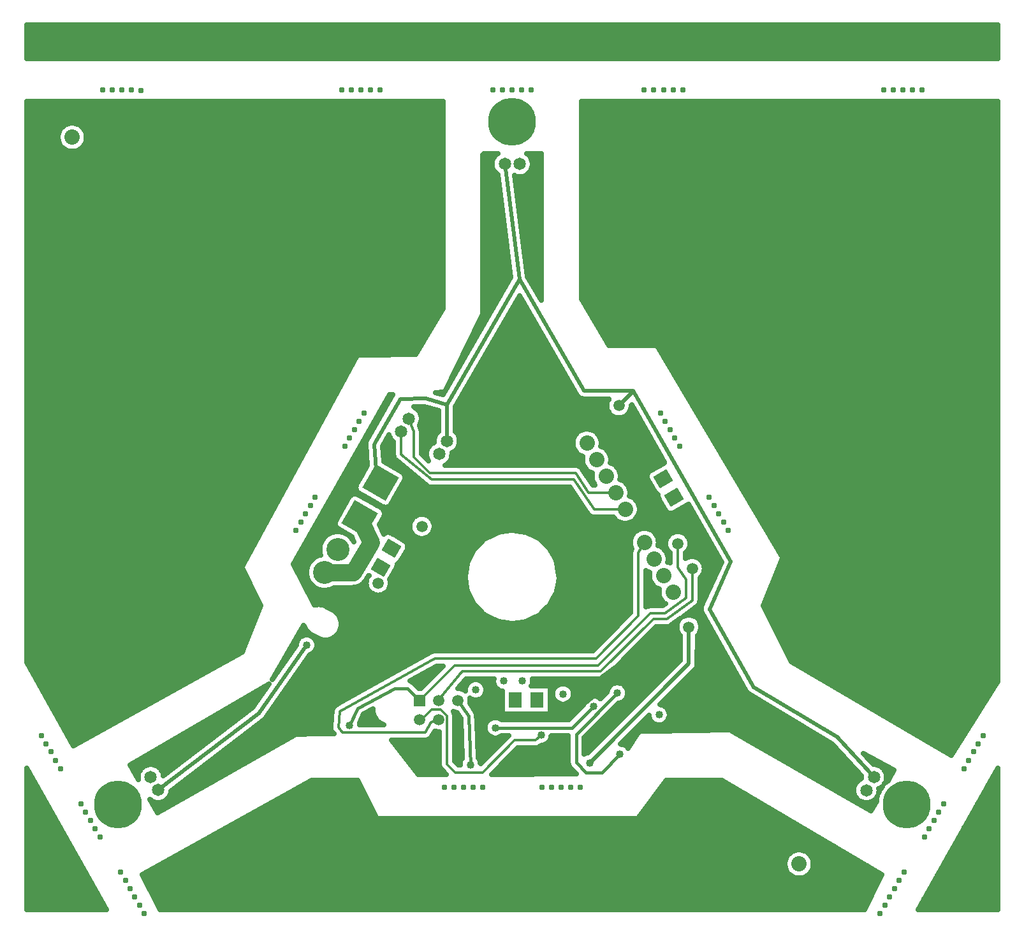
<source format=gbr>
G04 DipTrace 3.2.0.1*
G04 Bottom.gbr*
%MOIN*%
G04 #@! TF.FileFunction,Copper,L4,Bot*
G04 #@! TF.Part,Single*
%AMOUTLINE0*
4,1,4,
0.095622,0.025622,
0.025622,-0.095622,
-0.095622,-0.025622,
-0.025622,0.095622,
0.095622,0.025622,
0*%
%AMOUTLINE3*
4,1,4,
-0.05214,-0.010311,
-0.01714,0.050311,
0.05214,0.010311,
0.01714,-0.050311,
-0.05214,-0.010311,
0*%
%AMOUTLINE9*
4,1,4,
0.01714,0.050311,
0.05214,-0.010311,
-0.01714,-0.050311,
-0.05214,0.010311,
0.01714,0.050311,
0*%
G04 #@! TA.AperFunction,Conductor*
%ADD13C,0.012992*%
%ADD14C,0.02*%
%ADD15C,0.09*%
%ADD17C,0.015*%
G04 #@! TA.AperFunction,CopperBalancing*
%ADD19C,0.025*%
G04 #@! TA.AperFunction,ComponentPad*
%ADD23C,0.12*%
%ADD29R,0.07X0.08*%
%ADD32R,0.059055X0.059055*%
%ADD33C,0.059055*%
%ADD34C,0.08*%
%ADD35C,0.065*%
%ADD36C,0.25*%
%ADD37C,0.031*%
G04 #@! TA.AperFunction,ViaPad*
%ADD41C,0.04*%
%ADD43C,0.059*%
G04 #@! TA.AperFunction,ComponentPad*
%ADD92OUTLINE0*%
%ADD95OUTLINE3*%
%ADD101OUTLINE9*%
%FSLAX26Y26*%
G04*
G70*
G90*
G75*
G01*
G04 Bottom*
%LPD*%
X3927699Y1932072D2*
D14*
Y1740072D1*
X3409699Y1222072D1*
X2520199Y1448072D2*
D13*
X2527999D1*
X2581299Y1501373D1*
X2628299D1*
X2662500Y1467172D1*
Y1215371D1*
X2705699Y1172172D1*
X2849699D1*
X3017299Y1339772D1*
X3126399D1*
X3154699Y1368072D1*
X1928812Y1836860D2*
D14*
X1678699Y1480572D1*
X1153762Y1079282D1*
X2661808Y2904823D2*
Y3094358D1*
X2749445Y3245538D1*
X3042348Y3750810D1*
X2964778Y4352857D1*
X3042348Y3750810D2*
X3378660Y3167970D1*
X3635476D1*
X4147329Y2274314D1*
X4034841Y2024340D1*
X4266067Y1618133D1*
X4703521Y1355660D1*
X4894633Y1146925D1*
X2661808Y2904823D2*
D13*
Y3095394D1*
D14*
X2551823Y3127072D1*
X2418699Y3125072D1*
X2281699Y2888072D1*
X2296656Y2712046D1*
D13*
X2315699Y2687072D1*
X3635476Y3167970D2*
Y3162849D1*
D14*
X3561699Y3089072D1*
X3301169Y1461899D2*
D17*
X3442699Y1582072D1*
D13*
X3470934Y1673909D1*
X3730437Y1865366D1*
X4011699Y2067072D1*
X4015105Y2227122D1*
X3891346Y2444110D1*
X3644699Y2461060D1*
X2207199Y2499144D2*
D15*
X2265059Y2375345D1*
X2171192Y2217478D1*
X2022400D1*
X2916199Y1405572D2*
D17*
X3316084D1*
X3428655Y1518143D1*
X2153789Y1418154D2*
X2196699Y1506072D1*
X2389936Y1611883D1*
X2456388D1*
X2520199Y1548072D1*
X3869949Y2368322D2*
D13*
Y2242669D1*
X3913730Y2181846D1*
Y2084298D1*
X3804262Y2002976D1*
X3724828D1*
X3452424Y1730572D1*
X2702699D1*
X2520199Y1548072D1*
X3694699Y2374458D2*
X3664084Y2320458D1*
Y1989385D1*
X3441772Y1767072D1*
X2598073D1*
X2103699Y1491072D1*
X2094699Y1408915D1*
X2114592Y1381028D1*
X2548979Y1381010D1*
X2578979Y1434510D1*
X2620199Y1448072D1*
X2423329Y2953881D2*
Y2833703D1*
X2582898Y2702352D1*
X3326214D1*
X3431684Y2547663D1*
X3594699D1*
X3544699Y2634265D2*
X3404496D1*
X3335352Y2737602D1*
X2573785D1*
X2489319Y2822068D1*
Y2952654D1*
X2462699Y3022072D1*
X2720199Y1548072D2*
D17*
X2776699Y1468572D1*
X2784972Y1211925D1*
X2620199Y1548072D2*
D13*
X2628013Y1565386D1*
X2743710Y1699322D1*
X3466199D1*
X3741205Y1974327D1*
X3813041D1*
X3944950Y2071734D1*
Y2237072D1*
X3553642Y1586886D2*
D17*
X3338491Y1371735D1*
Y1224159D1*
X3391013Y1171636D1*
X3473264D1*
X3567699Y1266072D1*
D41*
X3154699Y1368072D3*
X3428655Y1518143D3*
X2916199Y1405572D3*
X2784972Y1211925D3*
X2153789Y1418154D3*
X3567699Y1266072D3*
X3553642Y1586886D3*
X3301169Y1461899D3*
X3442699Y1582072D3*
D43*
X2531699Y2458072D3*
D41*
X1928812Y1836860D3*
X3409699Y1222072D3*
D43*
X3927699Y1932072D3*
X2303699Y2161823D3*
X3869949Y2368322D3*
X3944950Y2237072D3*
D41*
X3269699Y1582072D3*
X2960474Y1649322D3*
X3057411D3*
X3771699Y1473072D3*
X2813299Y1603281D3*
D43*
X3561699Y3089072D3*
X468699Y5055703D2*
D19*
X5538724D1*
X468699Y5030835D2*
X5538724D1*
X468699Y5005966D2*
X5538724D1*
X468699Y4981097D2*
X5538724D1*
X468699Y4956228D2*
X5538724D1*
X468699Y4931360D2*
X5538724D1*
X468699Y4906491D2*
X5538724D1*
X5541199Y4918072D2*
Y5080572D1*
X466199D1*
Y4905572D1*
X5541199D1*
Y4918072D1*
X468699Y4655703D2*
X2638724D1*
X468699Y4630835D2*
X2638724D1*
X468699Y4605966D2*
X2638724D1*
X468699Y4581097D2*
X2638724D1*
X468699Y4556228D2*
X663626D1*
X743773D2*
X2638724D1*
X468699Y4531360D2*
X638480D1*
X768919D2*
X2638724D1*
X468699Y4506491D2*
X628958D1*
X778441D2*
X2638724D1*
X468699Y4481622D2*
X628617D1*
X778782D2*
X2638724D1*
X468699Y4456753D2*
X637308D1*
X770091D2*
X2638724D1*
X468699Y4431885D2*
X660501D1*
X746898D2*
X2638724D1*
X468699Y4407016D2*
X2638724D1*
X468699Y4382147D2*
X2638724D1*
X468699Y4357278D2*
X2638724D1*
X468699Y4332409D2*
X2638724D1*
X468699Y4307541D2*
X2638724D1*
X468699Y4282672D2*
X2638724D1*
X468699Y4257803D2*
X2638724D1*
X468699Y4232934D2*
X2638724D1*
X468699Y4208066D2*
X2638724D1*
X468699Y4183197D2*
X2638724D1*
X468699Y4158328D2*
X2638724D1*
X468699Y4133459D2*
X2638724D1*
X468699Y4108591D2*
X2638724D1*
X468699Y4083722D2*
X2638724D1*
X468699Y4058853D2*
X2638724D1*
X468699Y4033984D2*
X2638724D1*
X468699Y4009115D2*
X2638724D1*
X468699Y3984247D2*
X2638724D1*
X468699Y3959378D2*
X2638724D1*
X468699Y3934509D2*
X2638724D1*
X468699Y3909640D2*
X2638724D1*
X468699Y3884772D2*
X2638724D1*
X468699Y3859903D2*
X2638724D1*
X468699Y3835034D2*
X2638724D1*
X468699Y3810165D2*
X2638724D1*
X468699Y3785297D2*
X2638724D1*
X468699Y3760428D2*
X2638724D1*
X468699Y3735559D2*
X2638724D1*
X468699Y3710690D2*
X2638724D1*
X468699Y3685822D2*
X2638724D1*
X468699Y3660953D2*
X2638724D1*
X468699Y3636084D2*
X2638724D1*
X468699Y3611215D2*
X2638724D1*
X468699Y3586346D2*
X2632572D1*
X468699Y3561478D2*
X2617678D1*
X468699Y3536609D2*
X2602738D1*
X468699Y3511740D2*
X2587845D1*
X468699Y3486871D2*
X2572904D1*
X468699Y3462003D2*
X2557962D1*
X468699Y3437134D2*
X2543070D1*
X468699Y3412265D2*
X2528129D1*
X468699Y3387396D2*
X2513236D1*
X468699Y3362528D2*
X2498294D1*
X468699Y3337659D2*
X2183988D1*
X468699Y3312790D2*
X2170462D1*
X468699Y3287921D2*
X2156888D1*
X468699Y3263052D2*
X2143314D1*
X468699Y3238184D2*
X2129740D1*
X468699Y3213315D2*
X2116165D1*
X468699Y3188446D2*
X2102640D1*
X468699Y3163577D2*
X2089066D1*
X468699Y3138709D2*
X2075491D1*
X468699Y3113840D2*
X2061917D1*
X468699Y3088971D2*
X2048343D1*
X468699Y3064102D2*
X2034818D1*
X468699Y3039234D2*
X2021243D1*
X468699Y3014365D2*
X2007669D1*
X468699Y2989496D2*
X1994094D1*
X468699Y2964627D2*
X1980521D1*
X468699Y2939759D2*
X1966995D1*
X468699Y2914890D2*
X1953421D1*
X468699Y2890021D2*
X1939846D1*
X468699Y2865152D2*
X1926273D1*
X468699Y2840283D2*
X1912698D1*
X468699Y2815415D2*
X1899125D1*
X468699Y2790546D2*
X1885598D1*
X468699Y2765677D2*
X1872025D1*
X468699Y2740808D2*
X1858450D1*
X468699Y2715940D2*
X1844877D1*
X468699Y2691071D2*
X1831302D1*
X468699Y2666202D2*
X1817777D1*
X468699Y2641333D2*
X1804202D1*
X468699Y2616465D2*
X1790629D1*
X468699Y2591596D2*
X1777054D1*
X468699Y2566727D2*
X1763480D1*
X468699Y2541858D2*
X1749954D1*
X468699Y2516990D2*
X1736381D1*
X468699Y2492121D2*
X1722806D1*
X468699Y2467252D2*
X1709232D1*
X468699Y2442383D2*
X1695657D1*
X468699Y2417514D2*
X1682133D1*
X468699Y2392646D2*
X1668558D1*
X468699Y2367777D2*
X1654984D1*
X468699Y2342908D2*
X1641409D1*
X468699Y2318039D2*
X1627835D1*
X468699Y2293171D2*
X1614310D1*
X468699Y2268302D2*
X1600736D1*
X468699Y2243433D2*
X1587161D1*
X468699Y2218564D2*
X1599466D1*
X468699Y2193696D2*
X1611917D1*
X468699Y2168827D2*
X1624369D1*
X468699Y2143958D2*
X1636770D1*
X468699Y2119089D2*
X1649222D1*
X468699Y2094220D2*
X1661673D1*
X468699Y2069352D2*
X1674075D1*
X468699Y2044483D2*
X1686526D1*
X468699Y2019614D2*
X1678373D1*
X468699Y1994745D2*
X1668411D1*
X468699Y1969877D2*
X1658450D1*
X468699Y1945008D2*
X1648490D1*
X468699Y1920139D2*
X1638577D1*
X468699Y1895270D2*
X1628617D1*
X468699Y1870402D2*
X1618656D1*
X468699Y1845533D2*
X1608743D1*
X468699Y1820664D2*
X1598782D1*
X468699Y1795795D2*
X1580374D1*
X468699Y1770927D2*
X1535598D1*
X468822Y1746058D2*
X1490824D1*
X482640Y1721189D2*
X1446049D1*
X496458Y1696320D2*
X1401322D1*
X510277Y1671451D2*
X1356546D1*
X524094Y1646583D2*
X1311770D1*
X537913Y1621714D2*
X1266995D1*
X551732Y1596845D2*
X1222269D1*
X565550Y1571976D2*
X1177493D1*
X579369Y1547108D2*
X1132718D1*
X593186Y1522239D2*
X1087942D1*
X607005Y1497370D2*
X1043217D1*
X620824Y1472501D2*
X998441D1*
X634642Y1447633D2*
X953665D1*
X648461Y1422764D2*
X908890D1*
X662278Y1397895D2*
X864163D1*
X676097Y1373026D2*
X819388D1*
X689915Y1348157D2*
X774613D1*
X703734Y1323289D2*
X729837D1*
X776972Y4487306D2*
X775169Y4475913D1*
X771605Y4464945D1*
X766369Y4454668D1*
X759589Y4445337D1*
X751434Y4437182D1*
X742104Y4430403D1*
X731827Y4425167D1*
X720858Y4421602D1*
X709466Y4419799D1*
X697933D1*
X686541Y4421602D1*
X675572Y4425167D1*
X665295Y4430403D1*
X655965Y4437182D1*
X647810Y4445337D1*
X641030Y4454668D1*
X635794Y4464945D1*
X632230Y4475913D1*
X630427Y4487306D1*
Y4498839D1*
X632230Y4510231D1*
X635794Y4521199D1*
X641030Y4531476D1*
X647810Y4540807D1*
X655965Y4548962D1*
X665295Y4555741D1*
X675572Y4560978D1*
X686541Y4564542D1*
X697933Y4566345D1*
X709466D1*
X720858Y4564542D1*
X731827Y4560978D1*
X742104Y4555741D1*
X751434Y4548962D1*
X759589Y4540807D1*
X766369Y4531476D1*
X771605Y4521199D1*
X775169Y4510231D1*
X776972Y4498839D1*
Y4487306D1*
X2408084Y3358062D2*
X2498172D1*
X2641215Y3596562D1*
X2641199Y4680572D1*
X466199D1*
Y1746245D1*
X708556Y1310070D1*
X1593749Y1801844D1*
X1690025Y2042543D1*
X1591782Y2239299D1*
X1591199Y2243167D1*
X1591841Y2247025D1*
X1598711Y2260031D1*
X2193797Y3350701D1*
X2196639Y3353387D1*
X2200172Y3355064D1*
X2204169Y3355559D1*
X2361659Y3355572D1*
X2375331Y3357218D1*
X2395584Y3358062D1*
X2408084D1*
X3368699Y4655703D2*
X5538724D1*
X3368699Y4630835D2*
X5538724D1*
X3368699Y4605966D2*
X5538724D1*
X3368699Y4581097D2*
X5538724D1*
X3368699Y4556228D2*
X5538724D1*
X3368699Y4531360D2*
X5538724D1*
X3368699Y4506491D2*
X5538724D1*
X3368699Y4481622D2*
X5538724D1*
X3368699Y4456753D2*
X5538724D1*
X3368699Y4431885D2*
X5538724D1*
X3368699Y4407016D2*
X5538724D1*
X3368699Y4382147D2*
X5538724D1*
X3368699Y4357278D2*
X5538724D1*
X3368699Y4332409D2*
X5538724D1*
X3368699Y4307541D2*
X5538724D1*
X3368699Y4282672D2*
X5538724D1*
X3368699Y4257803D2*
X5538724D1*
X3368699Y4232934D2*
X5538724D1*
X3368699Y4208066D2*
X5538724D1*
X3368699Y4183197D2*
X5538724D1*
X3368699Y4158328D2*
X5538724D1*
X3368699Y4133459D2*
X5538724D1*
X3368699Y4108591D2*
X5538724D1*
X3368699Y4083722D2*
X5538724D1*
X3368699Y4058853D2*
X5538724D1*
X3368699Y4033984D2*
X5538724D1*
X3368699Y4009115D2*
X5538724D1*
X3368699Y3984247D2*
X5538724D1*
X3368699Y3959378D2*
X5538724D1*
X3368699Y3934509D2*
X5538724D1*
X3368699Y3909640D2*
X5538724D1*
X3368699Y3884772D2*
X5538724D1*
X3368699Y3859903D2*
X5538724D1*
X3368699Y3835034D2*
X5538724D1*
X3368699Y3810165D2*
X5538724D1*
X3368699Y3785297D2*
X5538724D1*
X3368699Y3760428D2*
X5538724D1*
X3368699Y3735559D2*
X5538724D1*
X3368699Y3710690D2*
X5538724D1*
X3368699Y3685822D2*
X5538724D1*
X3368699Y3660953D2*
X5538724D1*
X3374974Y3636084D2*
X5538724D1*
X3389915Y3611215D2*
X5538724D1*
X3404808Y3586346D2*
X5538724D1*
X3419749Y3561478D2*
X5538724D1*
X3434642Y3536609D2*
X5538724D1*
X3449583Y3511740D2*
X5538724D1*
X3464476Y3486871D2*
X5538724D1*
X3479417Y3462003D2*
X5538724D1*
X3494358Y3437134D2*
X5538724D1*
X3509251Y3412265D2*
X5538724D1*
X3774094Y3387396D2*
X5538724D1*
X3788743Y3362528D2*
X5538724D1*
X3803441Y3337659D2*
X5538724D1*
X3818138Y3312790D2*
X5538724D1*
X3832835Y3287921D2*
X5538724D1*
X3847533Y3263052D2*
X5538724D1*
X3862230Y3238184D2*
X5538724D1*
X3876927Y3213315D2*
X5538724D1*
X3891625Y3188446D2*
X5538724D1*
X3906322Y3163577D2*
X5538724D1*
X3921018Y3138709D2*
X5538724D1*
X3935717Y3113840D2*
X5538724D1*
X3950413Y3088971D2*
X5538724D1*
X3965110Y3064102D2*
X5538724D1*
X3979808Y3039234D2*
X5538724D1*
X3994505Y3014365D2*
X5538724D1*
X4009202Y2989496D2*
X5538724D1*
X4023900Y2964627D2*
X5538724D1*
X4038597Y2939759D2*
X5538724D1*
X4053294Y2914890D2*
X5538724D1*
X4067991Y2890021D2*
X5538724D1*
X4082689Y2865152D2*
X5538724D1*
X4097386Y2840283D2*
X5538724D1*
X4112083Y2815415D2*
X5538724D1*
X4126781Y2790546D2*
X5538724D1*
X4141429Y2765677D2*
X5538724D1*
X4156126Y2740808D2*
X5538724D1*
X4170824Y2715940D2*
X5538724D1*
X4185521Y2691071D2*
X5538724D1*
X4200218Y2666202D2*
X5538724D1*
X4214915Y2641333D2*
X5538724D1*
X4229613Y2616465D2*
X5538724D1*
X4244310Y2591596D2*
X5538724D1*
X4259007Y2566727D2*
X5538724D1*
X4273705Y2541858D2*
X5538724D1*
X4288402Y2516990D2*
X5538724D1*
X4303098Y2492121D2*
X5538724D1*
X4317797Y2467252D2*
X5538724D1*
X4332493Y2442383D2*
X5538724D1*
X4347190Y2417514D2*
X5538724D1*
X4361888Y2392646D2*
X5538724D1*
X4376585Y2367777D2*
X5538724D1*
X4391282Y2342908D2*
X5538724D1*
X4405980Y2318039D2*
X5538724D1*
X4419701Y2293171D2*
X5538724D1*
X4409740Y2268302D2*
X5538724D1*
X4399827Y2243433D2*
X5538724D1*
X4389866Y2218564D2*
X5538724D1*
X4379906Y2193696D2*
X5538724D1*
X4369945Y2168827D2*
X5538724D1*
X4360033Y2143958D2*
X5538724D1*
X4350072Y2119089D2*
X5538724D1*
X4340110Y2094220D2*
X5538724D1*
X4330198Y2069352D2*
X5538724D1*
X4320238Y2044483D2*
X5538724D1*
X4331908Y2019614D2*
X5538724D1*
X4344358Y1994745D2*
X5538724D1*
X4356761Y1969877D2*
X5538724D1*
X4369213Y1945008D2*
X5538724D1*
X4381663Y1920139D2*
X5538724D1*
X4394066Y1895270D2*
X5538724D1*
X4406517Y1870402D2*
X5538724D1*
X4418969Y1845533D2*
X5538724D1*
X4431370Y1820664D2*
X5538724D1*
X4443822Y1795795D2*
X5538724D1*
X4456224Y1770927D2*
X5538724D1*
X4475755Y1746058D2*
X5538724D1*
X4518041Y1721189D2*
X5538724D1*
X4560325Y1696320D2*
X5538724D1*
X4602610Y1671451D2*
X5538724D1*
X4644896Y1646583D2*
X5538675D1*
X4687181Y1621714D2*
X5523098D1*
X4729417Y1596845D2*
X5507572D1*
X4771702Y1571976D2*
X5492045D1*
X4813988Y1547108D2*
X5476469D1*
X4856273Y1522239D2*
X5460941D1*
X4898558Y1497370D2*
X5445413D1*
X4940843Y1472501D2*
X5429837D1*
X4983079Y1447633D2*
X5414310D1*
X5025365Y1422764D2*
X5398782D1*
X5067650Y1397895D2*
X5383206D1*
X5109934Y1373026D2*
X5367678D1*
X5152220Y1348157D2*
X5352152D1*
X5194505Y1323289D2*
X5336575D1*
X5236741Y1298420D2*
X5321049D1*
X5279026Y1273551D2*
X5305521D1*
X5528699Y4680572D2*
X3366199D1*
Y3646539D1*
X3510803Y3405529D1*
X3755655Y3405419D1*
X3759374Y3404210D1*
X3762538Y3401911D1*
X3764461Y3399432D1*
X4415323Y2297669D1*
X4416175Y2293853D1*
X4415806Y2289959D1*
X4396736Y2242007D1*
X4317374Y2043601D1*
X4463224Y1751972D1*
X5299539Y1260021D1*
X5541214Y1646681D1*
X5541199Y4680572D1*
X5528699D1*
X468699Y1155966D2*
X485843D1*
X468699Y1131097D2*
X499857D1*
X468699Y1106228D2*
X513822D1*
X468699Y1081360D2*
X527835D1*
X468699Y1056491D2*
X541801D1*
X468699Y1031622D2*
X555814D1*
X468699Y1006753D2*
X569778D1*
X468699Y981885D2*
X583793D1*
X468699Y957016D2*
X597757D1*
X468699Y932147D2*
X611770D1*
X468699Y907278D2*
X625736D1*
X468699Y882409D2*
X639749D1*
X468699Y857541D2*
X653714D1*
X468699Y832672D2*
X667728D1*
X468699Y807803D2*
X681693D1*
X468699Y782934D2*
X695706D1*
X468699Y758066D2*
X709671D1*
X468699Y733197D2*
X723685D1*
X468699Y708328D2*
X737650D1*
X468699Y683459D2*
X751663D1*
X468699Y658591D2*
X765629D1*
X468699Y633722D2*
X779593D1*
X468699Y608853D2*
X793606D1*
X468699Y583984D2*
X807572D1*
X468699Y559115D2*
X821585D1*
X468699Y534247D2*
X835550D1*
X468699Y509378D2*
X849564D1*
X468699Y484509D2*
X863529D1*
X468699Y459640D2*
X877542D1*
X882344Y455542D2*
X466196Y1195360D1*
X466199Y455572D1*
X882362D1*
X1914671Y1105703D2*
X2205911D1*
X3793822D2*
X4140091D1*
X1869896Y1080835D2*
X2218362D1*
X3775169D2*
X4182327D1*
X1825169Y1055966D2*
X2230765D1*
X3756517D2*
X4224613D1*
X1780394Y1031097D2*
X2243217D1*
X3737865D2*
X4266898D1*
X1735618Y1006228D2*
X2255667D1*
X3719213D2*
X4309182D1*
X1690843Y981360D2*
X2268070D1*
X3700560D2*
X4351469D1*
X1646117Y956491D2*
X2280521D1*
X3681908D2*
X4393753D1*
X1601341Y931622D2*
X2292972D1*
X3663255D2*
X4435990D1*
X1556566Y906753D2*
X4478274D1*
X1511790Y881885D2*
X4520560D1*
X1467014Y857016D2*
X4562845D1*
X1422289Y832147D2*
X4605130D1*
X1377513Y807278D2*
X4647415D1*
X1332738Y782409D2*
X4689652D1*
X1287962Y757541D2*
X4465921D1*
X4541478D2*
X4731937D1*
X1243236Y732672D2*
X4439261D1*
X4568138D2*
X4774222D1*
X1198461Y707803D2*
X4429202D1*
X4578197D2*
X4816507D1*
X1153685Y682934D2*
X4428421D1*
X4578978D2*
X4858793D1*
X1108909Y658066D2*
X4436575D1*
X4570824D2*
X4901077D1*
X1075121Y633197D2*
X4458549D1*
X4548850D2*
X4932278D1*
X1087522Y608328D2*
X4919877D1*
X1099974Y583459D2*
X4907425D1*
X1112425Y558591D2*
X4894974D1*
X1124827Y533722D2*
X4882572D1*
X1137278Y508853D2*
X4870121D1*
X1149730Y483984D2*
X4857669D1*
X1162133Y459115D2*
X4845266D1*
X4576972Y687306D2*
X4575169Y675913D1*
X4571605Y664945D1*
X4566369Y654668D1*
X4559589Y645337D1*
X4551434Y637182D1*
X4542104Y630403D1*
X4531827Y625167D1*
X4520858Y621602D1*
X4509466Y619799D1*
X4497933D1*
X4486541Y621602D1*
X4475572Y625167D1*
X4465295Y630403D1*
X4455965Y637182D1*
X4447810Y645337D1*
X4441030Y654668D1*
X4435794Y664945D1*
X4432230Y675913D1*
X4430427Y687306D1*
Y698839D1*
X4432230Y710231D1*
X4435794Y721199D1*
X4441030Y731476D1*
X4447810Y740807D1*
X4455965Y748962D1*
X4465295Y755741D1*
X4475572Y760978D1*
X4486541Y764542D1*
X4497933Y766345D1*
X4509466D1*
X4520858Y764542D1*
X4531827Y760978D1*
X4542104Y755741D1*
X4551434Y748962D1*
X4559589Y740807D1*
X4566369Y731476D1*
X4571605Y721199D1*
X4575169Y710231D1*
X4576972Y698839D1*
Y687306D1*
X1956996Y1130604D2*
X1070205Y637942D1*
X1161446Y455531D1*
X4846033Y455572D1*
X4937312Y638248D1*
X4100253Y1130597D1*
X3809900Y1130572D1*
X3662403Y934100D1*
X3659205Y931849D1*
X3655467Y930698D1*
X3628699Y930572D1*
X2301744Y930726D1*
X2298025Y931934D1*
X2294861Y934234D1*
X2292394Y937762D1*
X2195954Y1130613D1*
X1956873Y1130572D1*
X5521556Y1155966D2*
X5538724D1*
X5507542Y1131097D2*
X5538724D1*
X5493577Y1106228D2*
X5538724D1*
X5479564Y1081360D2*
X5538724D1*
X5465598Y1056491D2*
X5538724D1*
X5451585Y1031622D2*
X5538724D1*
X5437621Y1006753D2*
X5538724D1*
X5423606Y981885D2*
X5538724D1*
X5409642Y957016D2*
X5538724D1*
X5395629Y932147D2*
X5538724D1*
X5381663Y907278D2*
X5538724D1*
X5367650Y882409D2*
X5538724D1*
X5353685Y857541D2*
X5538724D1*
X5339671Y832672D2*
X5538724D1*
X5325706Y807803D2*
X5538724D1*
X5311693Y782934D2*
X5538724D1*
X5297728Y758066D2*
X5538724D1*
X5283714Y733197D2*
X5538724D1*
X5269749Y708328D2*
X5538724D1*
X5255736Y683459D2*
X5538724D1*
X5241770Y658591D2*
X5538724D1*
X5227806Y633722D2*
X5538724D1*
X5213793Y608853D2*
X5538724D1*
X5199827Y583984D2*
X5538724D1*
X5185814Y559115D2*
X5538724D1*
X5171849Y534247D2*
X5538724D1*
X5157835Y509378D2*
X5538724D1*
X5143870Y484509D2*
X5538724D1*
X5129857Y459640D2*
X5538724D1*
X5125037Y455572D2*
X5541199D1*
Y1195367D1*
X5125059Y455547D1*
X2851864Y4383340D2*
X2903739D1*
X3104559D2*
X3154211D1*
X2851864Y4358471D2*
X2896526D1*
X3111772D2*
X3154211D1*
X2851864Y4333602D2*
X2899146D1*
X3109152D2*
X3154211D1*
X2851864Y4308734D2*
X2913213D1*
X3095085D2*
X3154211D1*
X2851864Y4283865D2*
X2927315D1*
X3020016D2*
X3154211D1*
X2851864Y4258996D2*
X2930509D1*
X3023245D2*
X3154211D1*
X2851864Y4234127D2*
X2933702D1*
X3026440D2*
X3154211D1*
X2851864Y4209259D2*
X2936932D1*
X3029633D2*
X3154211D1*
X2851864Y4184390D2*
X2940126D1*
X3032827D2*
X3154211D1*
X2851864Y4159521D2*
X2943320D1*
X3036056D2*
X3154211D1*
X2851864Y4134652D2*
X2946549D1*
X3039251D2*
X3154211D1*
X2851864Y4109783D2*
X2949743D1*
X3042444D2*
X3154211D1*
X2851864Y4084915D2*
X2952937D1*
X3045673D2*
X3154211D1*
X2851864Y4060046D2*
X2956130D1*
X3048867D2*
X3154211D1*
X2851864Y4035177D2*
X2959360D1*
X3052060D2*
X3154211D1*
X2851864Y4010308D2*
X2962554D1*
X3055290D2*
X3154211D1*
X2851864Y3985440D2*
X2965747D1*
X3058484D2*
X3154211D1*
X2851864Y3960571D2*
X2968976D1*
X3061677D2*
X3154211D1*
X2851864Y3935702D2*
X2972171D1*
X3064871D2*
X3154211D1*
X2851864Y3910833D2*
X2975365D1*
X3068101D2*
X3154211D1*
X2851864Y3885965D2*
X2978558D1*
X3071295D2*
X3154211D1*
X2851864Y3861096D2*
X2981787D1*
X3074488D2*
X3154211D1*
X2851864Y3836227D2*
X2984982D1*
X3077718D2*
X3154211D1*
X2851864Y3811358D2*
X2988175D1*
X3080912D2*
X3154211D1*
X2851864Y3786490D2*
X2991404D1*
X3084105D2*
X3154211D1*
X2851864Y3761621D2*
X2994598D1*
X3088843D2*
X3154211D1*
X2851864Y3736752D2*
X2981429D1*
X3103196D2*
X3154211D1*
X2851864Y3711883D2*
X2967003D1*
X3117550D2*
X3154211D1*
X2851864Y3687014D2*
X2952577D1*
X3131867D2*
X3154211D1*
X2851864Y3662146D2*
X2938152D1*
X3146220D2*
X3154186D1*
X2851864Y3637277D2*
X2923762D1*
X3029310D2*
X3055135D1*
X2851864Y3612408D2*
X2909337D1*
X3014885D2*
X3069488D1*
X2851934Y3587539D2*
X2894912D1*
X3000495D2*
X3083843D1*
X2849100Y3562671D2*
X2880487D1*
X2986070D2*
X3098196D1*
X2836936Y3537802D2*
X2866097D1*
X2971644D2*
X3112550D1*
X2824770Y3512933D2*
X2851672D1*
X2957219D2*
X3126903D1*
X2812605Y3488064D2*
X2837245D1*
X2942829D2*
X3141220D1*
X2800441Y3463196D2*
X2822857D1*
X2928404D2*
X3155575D1*
X2788276Y3438327D2*
X2808430D1*
X2913979D2*
X3169928D1*
X2776147Y3413458D2*
X2794005D1*
X2899552D2*
X3184282D1*
X2763983Y3388589D2*
X2779580D1*
X2885164D2*
X3198635D1*
X2751818Y3363720D2*
X2765190D1*
X2870738D2*
X3212990D1*
X2739654Y3338852D2*
X2750765D1*
X2856312D2*
X3227343D1*
X2727488Y3313983D2*
X2736340D1*
X2841887D2*
X3241697D1*
X2827497Y3289114D2*
X3256050D1*
X2813072Y3264245D2*
X3270367D1*
X2798647Y3239377D2*
X3284722D1*
X2784222Y3214508D2*
X3299075D1*
X2769832Y3189639D2*
X3313429D1*
X2755407Y3164770D2*
X3327782D1*
X2362151Y3139902D2*
X2374520D1*
X2740980D2*
X3342927D1*
X2348049Y3115033D2*
X2360165D1*
X2726555D2*
X3501785D1*
X2333946Y3090164D2*
X2345776D1*
X2712165D2*
X3496223D1*
X2319844Y3065295D2*
X2331395D1*
X2515089D2*
X2606654D1*
X2707824D2*
X3500852D1*
X3622547D2*
X3641661D1*
X2305741Y3040427D2*
X2317033D1*
X2528583D2*
X2615804D1*
X2707824D2*
X3519154D1*
X3604247D2*
X3655908D1*
X2291675Y3015558D2*
X2302667D1*
X2530879D2*
X2615804D1*
X2707824D2*
X3670154D1*
X2277572Y2990689D2*
X2288290D1*
X2523272D2*
X2615804D1*
X2707824D2*
X3684400D1*
X2263470Y2965820D2*
X2273921D1*
X2529587D2*
X2615804D1*
X2707824D2*
X3376227D1*
X3413163D2*
X3698646D1*
X2249367Y2940951D2*
X2259510D1*
X2531812D2*
X2604071D1*
X2719558D2*
X3335605D1*
X3453820D2*
X3712892D1*
X2235265Y2916083D2*
X2245157D1*
X2350633D2*
X2366732D1*
X2531812D2*
X2594274D1*
X2729354D2*
X3322077D1*
X3467312D2*
X3727102D1*
X2221163Y2891214D2*
X2235827D1*
X2336243D2*
X2380835D1*
X2531812D2*
X2582827D1*
X2728888D2*
X3318740D1*
X3470650D2*
X3741348D1*
X2207060Y2866345D2*
X2237406D1*
X2329713D2*
X2380835D1*
X2531812D2*
X2561009D1*
X2717944D2*
X3324122D1*
X3491211D2*
X3755594D1*
X2192958Y2841476D2*
X2239487D1*
X2331829D2*
X2380835D1*
X2531812D2*
X2554119D1*
X2690743D2*
X3340845D1*
X3512348D2*
X3769840D1*
X2178891Y2816608D2*
X2241605D1*
X2333946D2*
X2384675D1*
X2687836D2*
X3369265D1*
X3520134D2*
X3784087D1*
X2164789Y2791739D2*
X2243722D1*
X2343923D2*
X2408861D1*
X2673303D2*
X3370413D1*
X3518986D2*
X3798332D1*
X2150686Y2766870D2*
X2239774D1*
X2386983D2*
X2439075D1*
X3365114D2*
X3380928D1*
X3554512D2*
X3755953D1*
X2136584Y2742001D2*
X2225385D1*
X2430045D2*
X2469290D1*
X3383021D2*
X3408810D1*
X3567609D2*
X3715475D1*
X2122480Y2717133D2*
X2211031D1*
X2447017D2*
X2499504D1*
X3399671D2*
X3418785D1*
X3570588D2*
X3706110D1*
X2108378Y2692264D2*
X2196677D1*
X2440702D2*
X2529718D1*
X3416322D2*
X3424471D1*
X3592333D2*
X3716193D1*
X2094276Y2667395D2*
X2184621D1*
X2426348D2*
X2560974D1*
X3612823D2*
X3730547D1*
X2080210Y2642526D2*
X2189932D1*
X2411995D2*
X3316084D1*
X3620251D2*
X3744900D1*
X2066106Y2617657D2*
X2154621D1*
X2211438D2*
X2226425D1*
X2397640D2*
X3333058D1*
X3619640D2*
X3762735D1*
X2052004Y2592789D2*
X2139262D1*
X2254499D2*
X2269487D1*
X2383287D2*
X3349995D1*
X3655202D2*
X3773608D1*
X2037902Y2567920D2*
X2124909D1*
X2297560D2*
X2312583D1*
X2367677D2*
X3366969D1*
X3667869D2*
X3787962D1*
X3916367D2*
X3926546D1*
X2023799Y2543051D2*
X2110520D1*
X2333408D2*
X3383906D1*
X3670560D2*
X3802352D1*
X3873270D2*
X3940793D1*
X2009697Y2518182D2*
X2096165D1*
X2338181D2*
X2510341D1*
X2553055D2*
X3402171D1*
X3664531D2*
X3955003D1*
X1995594Y2493314D2*
X2081812D1*
X2325837D2*
X2476969D1*
X2586428D2*
X3542730D1*
X3646698D2*
X3969248D1*
X1981492Y2468445D2*
X2075963D1*
X2311483D2*
X2467064D1*
X2596332D2*
X3983495D1*
X1967425Y2443576D2*
X2093941D1*
X2322320D2*
X2467890D1*
X2595507D2*
X3667211D1*
X3722198D2*
X3997740D1*
X1953323Y2418707D2*
X2043667D1*
X2380955D2*
X2480018D1*
X2583378D2*
X2909588D1*
X3097814D2*
X3633516D1*
X3755894D2*
X3829623D1*
X3910266D2*
X4011987D1*
X1939220Y2393839D2*
X2014709D1*
X2424016D2*
X2860966D1*
X3146436D2*
X3621315D1*
X3768094D2*
X3809850D1*
X3930039D2*
X4026232D1*
X1925118Y2368970D2*
X2001001D1*
X2456743D2*
X2834196D1*
X3173169D2*
X3618911D1*
X3770499D2*
X3804469D1*
X3935458D2*
X4040479D1*
X1911016Y2344101D2*
X1995583D1*
X2459290D2*
X2809328D1*
X3198038D2*
X3625262D1*
X3794505D2*
X3809277D1*
X3930613D2*
X4054724D1*
X1896913Y2319232D2*
X1996982D1*
X2446049D2*
X2793647D1*
X3213755D2*
X3621602D1*
X3813667D2*
X3827470D1*
X3912455D2*
X4068971D1*
X1882811Y2294364D2*
X1966696D1*
X2431696D2*
X2780979D1*
X3226423D2*
X3621602D1*
X3973639D2*
X4083217D1*
X1868707Y2269495D2*
X1942223D1*
X2416193D2*
X2768887D1*
X3238514D2*
X3621602D1*
X4001449D2*
X4094951D1*
X1871076Y2244626D2*
X1930417D1*
X2402270D2*
X2764402D1*
X3243000D2*
X3621602D1*
X4009990D2*
X4083755D1*
X1883744Y2219757D2*
X1926433D1*
X2388634D2*
X2760490D1*
X3246912D2*
X3621602D1*
X3706588D2*
X3714554D1*
X4008016D2*
X4072594D1*
X1896375Y2194888D2*
X1929160D1*
X2374281D2*
X2756937D1*
X3250465D2*
X3621602D1*
X3706588D2*
X3718992D1*
X3994236D2*
X4061399D1*
X1909042Y2170020D2*
X1939352D1*
X2368647D2*
X2760202D1*
X3247199D2*
X3621602D1*
X3706588D2*
X3725667D1*
X3987454D2*
X4050203D1*
X1921673Y2145151D2*
X1960631D1*
X2204189D2*
X2240457D1*
X2366959D2*
X2764150D1*
X3243252D2*
X3621602D1*
X3706588D2*
X3744722D1*
X3987454D2*
X4039008D1*
X1934340Y2120282D2*
X2253841D1*
X2353575D2*
X2768348D1*
X3239054D2*
X3621602D1*
X3706588D2*
X3768907D1*
X3987454D2*
X4027811D1*
X1946971Y2095413D2*
X2780083D1*
X3227319D2*
X3621602D1*
X3706588D2*
X3771276D1*
X3987454D2*
X4016615D1*
X1959639Y2070545D2*
X2792749D1*
X3214652D2*
X3621602D1*
X3706588D2*
X3783404D1*
X3987419D2*
X4005420D1*
X2019709Y2045676D2*
X2807605D1*
X3199797D2*
X3621602D1*
X3706588D2*
X3792160D1*
X3977801D2*
X3994224D1*
X2066789Y2020807D2*
X2832474D1*
X3174928D2*
X3621602D1*
X3945828D2*
X3988984D1*
X2095962Y1995938D2*
X2858274D1*
X3149127D2*
X3611591D1*
X3912133D2*
X3998458D1*
X2108415Y1971070D2*
X2906180D1*
X3101222D2*
X3586723D1*
X3979667D2*
X4012597D1*
X2112003Y1946201D2*
X3561819D1*
X3844778D2*
X3863820D1*
X3991580D2*
X4026770D1*
X1904521Y1921332D2*
X1921339D1*
X2107804D2*
X3536951D1*
X3747281D2*
X3863139D1*
X3992262D2*
X4040909D1*
X1890131Y1896463D2*
X1947247D1*
X2094671D2*
X3512084D1*
X3722413D2*
X3873222D1*
X3982178D2*
X4055084D1*
X1875741Y1871594D2*
X1885634D1*
X1972018D2*
X1991277D1*
X2062769D2*
X3487217D1*
X3697546D2*
X3881692D1*
X3973710D2*
X4069222D1*
X1861387Y1846726D2*
X1873719D1*
X1983896D2*
X3462349D1*
X3672677D2*
X3881692D1*
X3973710D2*
X4083396D1*
X1846999Y1821857D2*
X1862631D1*
X1982676D2*
X3437480D1*
X3647810D2*
X3881692D1*
X3973710D2*
X4097534D1*
X1832609Y1796988D2*
X1845192D1*
X1966995D2*
X2567110D1*
X3622942D2*
X3881692D1*
X3973710D2*
X4111709D1*
X1818219Y1772119D2*
X1827717D1*
X1939005D2*
X2522577D1*
X3598075D2*
X3881692D1*
X3973710D2*
X4125846D1*
X1921566Y1747251D2*
X2478009D1*
X3573207D2*
X3870854D1*
X3973710D2*
X4140021D1*
X1904089Y1722382D2*
X2433478D1*
X2602576D2*
X2635433D1*
X3548339D2*
X3845987D1*
X3969942D2*
X4154160D1*
X1886650Y1697513D2*
X2388945D1*
X2558043D2*
X2610566D1*
X3523471D2*
X3821118D1*
X3949165D2*
X4168333D1*
X1869175Y1672644D2*
X2344377D1*
X2513475D2*
X2585698D1*
X3498568D2*
X3796251D1*
X3924298D2*
X4182472D1*
X1851735Y1647776D2*
X2299844D1*
X2478703D2*
X2560831D1*
X2754545D2*
X2781087D1*
X2845512D2*
X2904493D1*
X3113387D2*
X3771383D1*
X3899430D2*
X4196647D1*
X1834259Y1622907D2*
X2255276D1*
X2505832D2*
X2535962D1*
X2733050D2*
X2761028D1*
X2865571D2*
X2911454D1*
X3204640D2*
X3232618D1*
X3306766D2*
X3511581D1*
X3595706D2*
X3746516D1*
X3874562D2*
X4210785D1*
X1673606Y1598038D2*
X1705495D1*
X1816819D2*
X2210744D1*
X2869051D2*
X2942745D1*
X3204640D2*
X3216147D1*
X3323273D2*
X3498807D1*
X3608482D2*
X3721647D1*
X3849694D2*
X4224959D1*
X1630903Y1573169D2*
X1688055D1*
X1799344D2*
X2166211D1*
X2860009D2*
X2949635D1*
X3204640D2*
X3214461D1*
X3324961D2*
X3479429D1*
X3607871D2*
X3696780D1*
X3824827D2*
X4253954D1*
X1588165Y1548301D2*
X1670579D1*
X1781904D2*
X2121643D1*
X2785728D2*
X2949635D1*
X3204640D2*
X3225693D1*
X3313693D2*
X3381969D1*
X3593194D2*
X3671912D1*
X3799959D2*
X4295400D1*
X1545428Y1523432D2*
X1653139D1*
X1764429D2*
X2077685D1*
X2790501D2*
X2949635D1*
X3204640D2*
X3372925D1*
X3550672D2*
X3647045D1*
X3792244D2*
X4336846D1*
X1502726Y1498563D2*
X1628092D1*
X1746988D2*
X2061896D1*
X2808192D2*
X2949635D1*
X3204640D2*
X3348596D1*
X3525804D2*
X3622177D1*
X3821239D2*
X4378293D1*
X1459987Y1473694D2*
X1595581D1*
X1729513D2*
X2059062D1*
X2229021D2*
X2278781D1*
X2704450D2*
X2720264D1*
X2819890D2*
X3323728D1*
X3500936D2*
X3597308D1*
X3827697D2*
X4419739D1*
X1417249Y1448825D2*
X1563034D1*
X1710925D2*
X2056335D1*
X2216892D2*
X2291770D1*
X2704990D2*
X2733828D1*
X2820860D2*
X2882209D1*
X2950185D2*
X3298860D1*
X3476068D2*
X3572441D1*
X3700488D2*
X3721504D1*
X3821885D2*
X4461185D1*
X1374547Y1423957D2*
X1530524D1*
X1678773D2*
X2053608D1*
X2209465D2*
X2323169D1*
X2704990D2*
X2734617D1*
X2821648D2*
X2863441D1*
X3451201D2*
X3547573D1*
X3675584D2*
X3747987D1*
X3795402D2*
X4502631D1*
X1331808Y1399088D2*
X1497976D1*
X1646226D2*
X2053428D1*
X2704990D2*
X2735407D1*
X2822474D2*
X2860606D1*
X3426333D2*
X3522706D1*
X3650717D2*
X4544077D1*
X1289071Y1374219D2*
X1465466D1*
X1613715D2*
X2067818D1*
X2593533D2*
X2620003D1*
X2704990D2*
X2736232D1*
X2823264D2*
X2870367D1*
X3401465D2*
X3497839D1*
X3625849D2*
X3656804D1*
X4177999D2*
X4585524D1*
X1246369Y1349350D2*
X1432919D1*
X1581168D2*
X1834139D1*
X2575913D2*
X2620003D1*
X2704990D2*
X2737021D1*
X2824052D2*
X2967828D1*
X3207332D2*
X3294984D1*
X3381980D2*
X3472970D1*
X3600982D2*
X3641016D1*
X4221634D2*
X4627005D1*
X1203630Y1324482D2*
X1400371D1*
X1548657D2*
X1790146D1*
X2389710D2*
X2620003D1*
X2704990D2*
X2737811D1*
X2824878D2*
X2942961D1*
X3188206D2*
X3294984D1*
X3381980D2*
X3448102D1*
X3576113D2*
X3625227D1*
X4265234D2*
X4668451D1*
X1160892Y1299613D2*
X1367861D1*
X1516110D2*
X1746115D1*
X2408801D2*
X2620003D1*
X2704990D2*
X2738636D1*
X2825668D2*
X2918093D1*
X3036199D2*
X3294984D1*
X3381980D2*
X3423235D1*
X4308832D2*
X4693356D1*
X1118155Y1274744D2*
X1335314D1*
X1483563D2*
X1702122D1*
X2427891D2*
X2620003D1*
X2704990D2*
X2739425D1*
X2826457D2*
X2893226D1*
X3011332D2*
X3294984D1*
X3381980D2*
X3397828D1*
X4352432D2*
X4716142D1*
X1075453Y1249875D2*
X1302802D1*
X1451052D2*
X1658127D1*
X2446982D2*
X2620003D1*
X2704990D2*
X2740215D1*
X2827282D2*
X2868322D1*
X2986465D2*
X3294984D1*
X4396031D2*
X4738892D1*
X4861844D2*
X4876042D1*
X1032714Y1225007D2*
X1270256D1*
X1418505D2*
X1614134D1*
X2466072D2*
X2620003D1*
X2711915D2*
X2730598D1*
X2961597D2*
X3294984D1*
X4439630D2*
X4761678D1*
X4884630D2*
X4920610D1*
X1015417Y1200138D2*
X1072102D1*
X1156657D2*
X1237744D1*
X1385993D2*
X1570139D1*
X2485163D2*
X2623017D1*
X2936730D2*
X3302772D1*
X4483230D2*
X4784429D1*
X4936160D2*
X4965142D1*
X1029484Y1175269D2*
X1052043D1*
X1176753D2*
X1205197D1*
X1353448D2*
X1526146D1*
X2504289D2*
X2643543D1*
X2911861D2*
X3326886D1*
X4526829D2*
X4807217D1*
X4956722D2*
X4991877D1*
X1320936Y1150400D2*
X1482151D1*
X4570428D2*
X4826235D1*
X4963037D2*
X4978025D1*
X1288388Y1125531D2*
X1438157D1*
X4614028D2*
X4806211D1*
X1255843Y1100663D2*
X1394127D1*
X4657627D2*
X4790493D1*
X1223331Y1075794D2*
X1350134D1*
X4701262D2*
X4786833D1*
X1215867Y1050925D2*
X1306139D1*
X4744861D2*
X4792898D1*
X1195306Y1026056D2*
X1262146D1*
X4788461D2*
X4812993D1*
X4897513D2*
X4906364D1*
X1127950Y1001188D2*
X1218151D1*
X4832060D2*
X4894988D1*
X1142017Y976319D2*
X1174157D1*
X2440315Y2695913D2*
X2368929Y2572476D1*
X2365621Y2568391D1*
X2361715Y2564873D1*
X2357306Y2562010D1*
X2352504Y2559871D1*
X2347427Y2558512D1*
X2342198Y2557962D1*
X2336949Y2558238D1*
X2331807Y2559329D1*
X2326899Y2561214D1*
X2276837Y2589997D1*
X2201104Y2633843D1*
X2197018Y2637151D1*
X2193500Y2641056D1*
X2190638Y2645466D1*
X2188499Y2650268D1*
X2187139Y2655345D1*
X2186589Y2660573D1*
X2186865Y2665823D1*
X2187957Y2670965D1*
X2189841Y2675873D1*
X2218625Y2725934D1*
X2247566Y2776060D1*
X2238201Y2887802D1*
X2238693Y2894609D1*
X2240245Y2901257D1*
X2242825Y2907591D1*
X2381046Y3146853D1*
X2376001Y3147045D1*
X2363348Y3146462D1*
X1860807Y2259944D1*
X1969049Y2047035D1*
X1971579Y2046904D1*
X1982177Y2048937D1*
X1992950Y2049568D1*
X2003713Y2048787D1*
X2014282Y2046609D1*
X2024476Y2043070D1*
X2033630Y2038518D1*
X2072371Y2015888D1*
X2079392Y2010760D1*
X2084959Y2005799D1*
X2090707Y1999445D1*
X2095836Y1992424D1*
X2099778Y1985869D1*
X2103024Y1979156D1*
X2106562Y1968961D1*
X2108738Y1958391D1*
X2109517Y1947629D1*
X2108883Y1936856D1*
X2106849Y1926257D1*
X2103450Y1916016D1*
X2098741Y1906304D1*
X2092807Y1897291D1*
X2085747Y1889131D1*
X2077681Y1881961D1*
X2068749Y1875906D1*
X2059102Y1871067D1*
X2048908Y1867530D1*
X2038339Y1865354D1*
X2027575Y1864576D1*
X2016802Y1865209D1*
X2006203Y1867243D1*
X1995962Y1870643D1*
X1988210Y1874322D1*
X1951118Y1895633D1*
X1941707Y1901971D1*
X1933644Y1909142D1*
X1927269Y1916411D1*
X1922400Y1923461D1*
X1918232Y1931091D1*
X1915945Y1936029D1*
X1913895Y1941886D1*
X1748659Y1655940D1*
X1875312Y1836358D1*
X1875971Y1845228D1*
X1877930Y1853392D1*
X1881143Y1861148D1*
X1885530Y1868306D1*
X1890982Y1874690D1*
X1897366Y1880142D1*
X1904524Y1884529D1*
X1912280Y1887741D1*
X1920444Y1889701D1*
X1928812Y1890360D1*
X1937181Y1889701D1*
X1945345Y1887741D1*
X1953101Y1884529D1*
X1960259Y1880142D1*
X1966643Y1874690D1*
X1972094Y1868306D1*
X1976482Y1861148D1*
X1979694Y1853392D1*
X1981654Y1845228D1*
X1982312Y1836860D1*
X1981654Y1828491D1*
X1979694Y1820327D1*
X1976482Y1812571D1*
X1972094Y1805413D1*
X1966643Y1799029D1*
X1960259Y1793577D1*
X1953101Y1789190D1*
X1946560Y1786427D1*
X1712455Y1453135D1*
X1707748Y1448193D1*
X1675925Y1423697D1*
X1219593Y1074852D1*
X1218950Y1068958D1*
X1216533Y1058887D1*
X1212570Y1049319D1*
X1207159Y1040488D1*
X1200432Y1032613D1*
X1192558Y1025887D1*
X1183727Y1020476D1*
X1174159Y1016513D1*
X1164088Y1014094D1*
X1153764Y1013282D1*
X1143438Y1014094D1*
X1133369Y1016513D1*
X1123801Y1020476D1*
X1114970Y1025887D1*
X1108298Y1031500D1*
X1148488Y960427D1*
X1873287Y1370026D1*
X1876079Y1370946D1*
X1878029Y1371184D1*
X1910682Y1371196D1*
X1924041Y1372272D1*
X1930219Y1372676D1*
X2071320Y1372766D1*
X2060416Y1388315D1*
X2057615Y1393932D1*
X2055728Y1399917D1*
X2054801Y1406125D1*
X2054857Y1412412D1*
X2064406Y1498534D1*
X2066056Y1504589D1*
X2068634Y1510311D1*
X2072076Y1515559D1*
X2076295Y1520205D1*
X2081190Y1524134D1*
X2108266Y1539429D1*
X2581377Y1803417D1*
X2587268Y1805581D1*
X2593425Y1806798D1*
X2607260Y1807068D1*
X3425240D1*
X3624068Y2005932D1*
X3624211Y2323596D1*
X3625193Y2329795D1*
X3627133Y2335764D1*
X3629210Y2341089D1*
X3624797Y2351745D1*
X3622104Y2362959D1*
X3621199Y2374458D1*
X3622104Y2385955D1*
X3624797Y2397171D1*
X3629210Y2407825D1*
X3635236Y2417660D1*
X3642727Y2426430D1*
X3651497Y2433920D1*
X3661331Y2439946D1*
X3671986Y2444361D1*
X3683201Y2447052D1*
X3694699Y2447958D1*
X3706197Y2447052D1*
X3717412Y2444361D1*
X3728067Y2439946D1*
X3737902Y2433920D1*
X3746672Y2426430D1*
X3754161Y2417660D1*
X3760188Y2407825D1*
X3764601Y2397171D1*
X3767294Y2385955D1*
X3768199Y2374458D1*
X3767294Y2362959D1*
X3766331Y2358118D1*
X3772827Y2355760D1*
X3783102Y2350524D1*
X3792433Y2343745D1*
X3800589Y2335589D1*
X3807367Y2326259D1*
X3812604Y2315983D1*
X3816168Y2305013D1*
X3817972Y2293622D1*
Y2282088D1*
X3816331Y2271514D1*
X3822827Y2269157D1*
X3829936Y2265696D1*
X3829953Y2319640D1*
X3825402Y2323774D1*
X3818980Y2331291D1*
X3813815Y2339720D1*
X3810033Y2348853D1*
X3807724Y2358466D1*
X3806949Y2368322D1*
X3807724Y2378177D1*
X3810033Y2387790D1*
X3813815Y2396923D1*
X3818980Y2405352D1*
X3825402Y2412869D1*
X3832919Y2419290D1*
X3841348Y2424455D1*
X3850480Y2428238D1*
X3860093Y2430546D1*
X3869949Y2431322D1*
X3879804Y2430546D1*
X3889417Y2428238D1*
X3898550Y2424455D1*
X3906979Y2419290D1*
X3914496Y2412869D1*
X3920917Y2405352D1*
X3926083Y2396923D1*
X3929865Y2387790D1*
X3932173Y2378177D1*
X3932949Y2368322D1*
X3932173Y2358466D1*
X3929865Y2348853D1*
X3926083Y2339720D1*
X3920917Y2331291D1*
X3914496Y2323774D1*
X3909938Y2319686D1*
X3909945Y2289484D1*
X3916349Y2293206D1*
X3925482Y2296988D1*
X3935094Y2299297D1*
X3944950Y2300072D1*
X3954806Y2299297D1*
X3964419Y2296988D1*
X3973551Y2293206D1*
X3981980Y2288041D1*
X3989497Y2281619D1*
X3995919Y2274102D1*
X4001084Y2265673D1*
X4004866Y2256541D1*
X4007175Y2246928D1*
X4007950Y2237072D1*
X4007175Y2227217D1*
X4004866Y2217604D1*
X4001084Y2208471D1*
X3995919Y2200042D1*
X3989497Y2192525D1*
X3984940Y2188437D1*
X3984846Y2068904D1*
X3983912Y2062698D1*
X3982020Y2056714D1*
X3979214Y2051100D1*
X3975564Y2045995D1*
X3971160Y2041522D1*
X3939150Y2017731D1*
X3899343Y1988336D1*
X3908231Y1991988D1*
X3917844Y1994297D1*
X3927699Y1995072D1*
X3937555Y1994297D1*
X3947168Y1991988D1*
X3956301Y1988206D1*
X3964730Y1983041D1*
X3972247Y1976619D1*
X3978668Y1969102D1*
X3983833Y1960673D1*
X3987615Y1951541D1*
X3989924Y1941928D1*
X3990699Y1932072D1*
X3989924Y1922217D1*
X3987615Y1912604D1*
X3983833Y1903471D1*
X3978668Y1895042D1*
X3972247Y1887525D1*
X3971211Y1886567D1*
X3971066Y1736659D1*
X3969997Y1729917D1*
X3967888Y1723425D1*
X3964789Y1717344D1*
X3960777Y1711822D1*
X3932476Y1683331D1*
X3775589Y1526444D1*
X3784189Y1525094D1*
X3792173Y1522500D1*
X3799654Y1518689D1*
X3806445Y1513753D1*
X3812381Y1507818D1*
X3817316Y1501026D1*
X3821127Y1493546D1*
X3823722Y1485562D1*
X3825034Y1477270D1*
Y1468874D1*
X3823722Y1460583D1*
X3821127Y1452598D1*
X3817316Y1445118D1*
X3812381Y1438327D1*
X3806445Y1432391D1*
X3799654Y1427455D1*
X3792173Y1423644D1*
X3784189Y1421050D1*
X3775898Y1419738D1*
X3767501D1*
X3759210Y1421050D1*
X3751226Y1423644D1*
X3743745Y1427455D1*
X3736954Y1432391D1*
X3731018Y1438327D1*
X3726083Y1445118D1*
X3722272Y1452598D1*
X3719677Y1460583D1*
X3718350Y1469219D1*
X3568689Y1319543D1*
X3576068Y1318913D1*
X3584232Y1316954D1*
X3591988Y1313741D1*
X3599146Y1309354D1*
X3605530Y1303903D1*
X3610789Y1297764D1*
X3664407Y1381993D1*
X3666594Y1383955D1*
X3669181Y1385350D1*
X3672021Y1386105D1*
X3737878Y1387269D1*
X4139720Y1393623D1*
X4142560Y1392871D1*
X4176076Y1373900D1*
X4881125Y971774D1*
X4908126Y1020277D1*
X4909276Y1028639D1*
X4911018Y1037657D1*
X4913835Y1048304D1*
X4908656Y1039940D1*
X4901930Y1032064D1*
X4894055Y1025339D1*
X4885224Y1019928D1*
X4875656Y1015965D1*
X4865587Y1013546D1*
X4855261Y1012734D1*
X4844937Y1013546D1*
X4834866Y1015965D1*
X4825298Y1019928D1*
X4816467Y1025339D1*
X4808593Y1032064D1*
X4801866Y1039940D1*
X4796455Y1048770D1*
X4792492Y1058339D1*
X4790075Y1068409D1*
X4789261Y1078734D1*
X4790075Y1089059D1*
X4792492Y1099129D1*
X4796455Y1108697D1*
X4801866Y1117528D1*
X4808593Y1125403D1*
X4816467Y1132129D1*
X4825298Y1137541D1*
X4829067Y1139278D1*
X4828631Y1146925D1*
X4829071Y1154093D1*
X4675722Y1321605D1*
X4240828Y1582702D1*
X4235597Y1587087D1*
X4231115Y1592236D1*
X4223718Y1604597D1*
X3995465Y2005853D1*
X3993058Y2012240D1*
X3991680Y2018925D1*
X3991364Y2025744D1*
X3992119Y2032529D1*
X3993930Y2039123D1*
X4032870Y2125963D1*
X4098562Y2271942D1*
X3924938Y2575068D1*
X3919617Y2571243D1*
X3848008Y2530018D1*
X3843100Y2528134D1*
X3837958Y2527041D1*
X3832709Y2526766D1*
X3827480Y2527315D1*
X3822403Y2528676D1*
X3817601Y2530814D1*
X3813192Y2533677D1*
X3809285Y2537194D1*
X3805978Y2541280D1*
X3777014Y2591239D1*
X3768349Y2606454D1*
X3766465Y2611362D1*
X3765371Y2616504D1*
X3765097Y2621753D1*
X3765270Y2624388D1*
X3763459Y2627512D1*
X3758840Y2630020D1*
X3754669Y2633220D1*
X3751051Y2637033D1*
X3748073Y2641366D1*
X3711849Y2704315D1*
X3709965Y2709223D1*
X3708871Y2714365D1*
X3708597Y2719614D1*
X3709146Y2724843D1*
X3710507Y2729920D1*
X3712644Y2734722D1*
X3715508Y2739131D1*
X3719025Y2743037D1*
X3723110Y2746345D1*
X3773070Y2775308D1*
X3796945Y2788974D1*
X3799371Y2790016D1*
X3799113Y2794749D1*
X3627881Y3093707D1*
X3624698Y3090552D1*
X3624505Y3084129D1*
X3622959Y3074365D1*
X3619904Y3064963D1*
X3615416Y3056155D1*
X3609605Y3048157D1*
X3602614Y3041167D1*
X3594617Y3035356D1*
X3585808Y3030867D1*
X3576407Y3027812D1*
X3566643Y3026266D1*
X3556756D1*
X3546992Y3027812D1*
X3537591Y3030867D1*
X3528782Y3035356D1*
X3520785Y3041167D1*
X3513794Y3048157D1*
X3507983Y3056155D1*
X3503495Y3064963D1*
X3500440Y3074365D1*
X3498894Y3084129D1*
Y3094016D1*
X3500440Y3103780D1*
X3503495Y3113181D1*
X3507983Y3121990D1*
X3509647Y3124480D1*
X3375247Y3124604D1*
X3368505Y3125672D1*
X3362013Y3127781D1*
X3355932Y3130881D1*
X3350409Y3134892D1*
X3345583Y3139719D1*
X3341564Y3145253D1*
X3042248Y3663945D1*
X2705320Y3082684D1*
X2705307Y2954446D1*
X2711995Y2947686D1*
X2718081Y2939307D1*
X2722783Y2930080D1*
X2725984Y2920230D1*
X2727604Y2910001D1*
Y2899644D1*
X2725984Y2889415D1*
X2722783Y2879566D1*
X2718081Y2870337D1*
X2711995Y2861959D1*
X2704671Y2854635D1*
X2696293Y2848549D1*
X2688003Y2844278D1*
X2688437Y2836631D1*
X2687625Y2826307D1*
X2685207Y2816236D1*
X2681244Y2806668D1*
X2675832Y2797837D1*
X2669106Y2789962D1*
X2661231Y2783236D1*
X2652400Y2777825D1*
X2651904Y2777596D1*
X3338490Y2777475D1*
X3344689Y2776493D1*
X3350657Y2774554D1*
X3356249Y2771705D1*
X3361327Y2768016D1*
X3365765Y2763577D1*
X3373702Y2752210D1*
X3425845Y2674281D1*
X3437832Y2674261D1*
X3432030Y2682465D1*
X3426794Y2692740D1*
X3423230Y2703710D1*
X3421425Y2715101D1*
Y2726635D1*
X3423067Y2737209D1*
X3416572Y2739566D1*
X3406295Y2744802D1*
X3396965Y2751580D1*
X3388810Y2759736D1*
X3382030Y2769067D1*
X3376794Y2779344D1*
X3373230Y2790312D1*
X3371425Y2801703D1*
Y2813238D1*
X3373067Y2823811D1*
X3366572Y2826168D1*
X3356295Y2831404D1*
X3346965Y2838184D1*
X3338810Y2846339D1*
X3332030Y2855669D1*
X3326794Y2865946D1*
X3323230Y2876915D1*
X3321425Y2888306D1*
Y2899840D1*
X3323230Y2911231D1*
X3326794Y2922201D1*
X3332030Y2932476D1*
X3338810Y2941807D1*
X3346965Y2949963D1*
X3356295Y2956741D1*
X3366572Y2961978D1*
X3377541Y2965542D1*
X3388932Y2967346D1*
X3400466D1*
X3411857Y2965542D1*
X3422827Y2961978D1*
X3433102Y2956741D1*
X3442433Y2949963D1*
X3450589Y2941807D1*
X3457367Y2932476D1*
X3462604Y2922201D1*
X3466168Y2911231D1*
X3467972Y2899840D1*
Y2888306D1*
X3466331Y2877732D1*
X3472827Y2875375D1*
X3483102Y2870139D1*
X3492433Y2863361D1*
X3500589Y2855205D1*
X3507367Y2845874D1*
X3512604Y2835597D1*
X3516168Y2824629D1*
X3517972Y2813238D1*
Y2801703D1*
X3516331Y2791130D1*
X3522827Y2788773D1*
X3533102Y2783537D1*
X3542433Y2776757D1*
X3550589Y2768602D1*
X3557367Y2759272D1*
X3562604Y2748995D1*
X3566168Y2738026D1*
X3567972Y2726635D1*
Y2715101D1*
X3566331Y2704528D1*
X3572827Y2702171D1*
X3583102Y2696934D1*
X3592433Y2690155D1*
X3600589Y2682000D1*
X3607367Y2672669D1*
X3612604Y2662392D1*
X3616168Y2651424D1*
X3617972Y2640031D1*
Y2628499D1*
X3616331Y2617925D1*
X3622827Y2615568D1*
X3633102Y2610332D1*
X3642433Y2603552D1*
X3650589Y2595398D1*
X3657367Y2586067D1*
X3662604Y2575790D1*
X3666168Y2564822D1*
X3667972Y2553429D1*
Y2541896D1*
X3666168Y2530504D1*
X3662604Y2519535D1*
X3657367Y2509259D1*
X3650589Y2499928D1*
X3642433Y2491773D1*
X3633102Y2484993D1*
X3622827Y2479757D1*
X3611857Y2476194D1*
X3600466Y2474390D1*
X3588932D1*
X3577541Y2476194D1*
X3566572Y2479757D1*
X3556295Y2484993D1*
X3546965Y2491773D1*
X3538810Y2499928D1*
X3533094Y2507665D1*
X3428546Y2507790D1*
X3422346Y2508772D1*
X3416378Y2510711D1*
X3410786Y2513560D1*
X3405709Y2517249D1*
X3401270Y2521688D1*
X3393463Y2532722D1*
X3305063Y2662374D1*
X2579760Y2662479D1*
X2573560Y2663461D1*
X2567592Y2665400D1*
X2562000Y2668249D1*
X2559379Y2670001D1*
X2397911Y2802824D1*
X2393392Y2807180D1*
X2389612Y2812190D1*
X2386661Y2817730D1*
X2384614Y2823663D1*
X2383520Y2829843D1*
X2383333Y2852076D1*
Y2901345D1*
X2376661Y2907213D1*
X2369934Y2915088D1*
X2364524Y2923917D1*
X2360560Y2933486D1*
X2359786Y2936234D1*
X2326214Y2878159D1*
X2333134Y2796538D1*
X2430295Y2740302D1*
X2434381Y2736995D1*
X2437899Y2733088D1*
X2440761Y2728678D1*
X2442900Y2723877D1*
X2444260Y2718799D1*
X2444810Y2713571D1*
X2444534Y2708322D1*
X2443442Y2703180D1*
X2441558Y2698272D1*
X2440328Y2695936D1*
X2331815Y2507986D2*
X2308562Y2467710D1*
X2332025Y2417463D1*
X2337063Y2421479D1*
X2341682Y2423987D1*
X2346638Y2425741D1*
X2351807Y2426699D1*
X2357062Y2426837D1*
X2362273Y2426151D1*
X2367314Y2424659D1*
X2372059Y2422395D1*
X2443566Y2380991D1*
X2447651Y2377684D1*
X2451168Y2373777D1*
X2454031Y2369367D1*
X2456169Y2364566D1*
X2457530Y2359488D1*
X2458079Y2354260D1*
X2457804Y2349010D1*
X2456711Y2343869D1*
X2454827Y2338961D1*
X2426043Y2288899D1*
X2417198Y2273786D1*
X2413891Y2269701D1*
X2409984Y2266184D1*
X2405575Y2263322D1*
X2403206Y2262154D1*
X2401407Y2259024D1*
X2401545Y2253769D1*
X2400858Y2248558D1*
X2399365Y2243517D1*
X2397102Y2238772D1*
X2363715Y2180945D1*
X2365924Y2171678D1*
X2366699Y2161823D1*
X2365924Y2151967D1*
X2363615Y2142354D1*
X2359833Y2133222D1*
X2354668Y2124793D1*
X2348247Y2117276D1*
X2340730Y2110854D1*
X2332301Y2105689D1*
X2323168Y2101907D1*
X2313555Y2099598D1*
X2303699Y2098823D1*
X2293844Y2099598D1*
X2284231Y2101907D1*
X2275098Y2105689D1*
X2266669Y2110854D1*
X2259152Y2117276D1*
X2252731Y2124793D1*
X2247566Y2133222D1*
X2243783Y2142354D1*
X2241475Y2151967D1*
X2240699Y2161823D1*
X2241475Y2171678D1*
X2243783Y2181291D1*
X2247566Y2190424D1*
X2252731Y2198853D1*
X2254777Y2201449D1*
X2252719Y2200993D1*
X2238125Y2176462D1*
X2234699Y2171336D1*
X2230883Y2166496D1*
X2226699Y2161970D1*
X2222173Y2157786D1*
X2217333Y2153970D1*
X2212207Y2150546D1*
X2206831Y2147534D1*
X2201232Y2144953D1*
X2195450Y2142820D1*
X2189517Y2141147D1*
X2183472Y2139944D1*
X2177350Y2139219D1*
X2162005Y2138978D1*
X2073192D1*
X2064848Y2134168D1*
X2058181Y2131094D1*
X2051294Y2128554D1*
X2044227Y2126560D1*
X2037026Y2125129D1*
X2029736Y2124265D1*
X2022400Y2123978D1*
X2015064Y2124265D1*
X2007774Y2125129D1*
X2000573Y2126560D1*
X1993507Y2128554D1*
X1986619Y2131094D1*
X1979953Y2134168D1*
X1973547Y2137756D1*
X1967442Y2141835D1*
X1961677Y2146379D1*
X1956286Y2151364D1*
X1951302Y2156755D1*
X1946757Y2162520D1*
X1942678Y2168623D1*
X1939091Y2175029D1*
X1936017Y2181697D1*
X1933476Y2188584D1*
X1931484Y2195650D1*
X1930051Y2202850D1*
X1929189Y2210142D1*
X1928900Y2217478D1*
X1929189Y2224814D1*
X1930051Y2232104D1*
X1931484Y2239304D1*
X1933476Y2246370D1*
X1936017Y2253259D1*
X1939091Y2259925D1*
X1942678Y2266331D1*
X1946757Y2272436D1*
X1951302Y2278201D1*
X1956286Y2283592D1*
X1961677Y2288575D1*
X1967442Y2293121D1*
X1973547Y2297199D1*
X1979953Y2300786D1*
X1986619Y2303860D1*
X1993507Y2306402D1*
X2002121Y2308702D1*
X2000385Y2314990D1*
X1998951Y2322189D1*
X1998089Y2329480D1*
X1997801Y2336816D1*
X1998089Y2344152D1*
X1998951Y2351442D1*
X2000385Y2358643D1*
X2002377Y2365709D1*
X2004917Y2372597D1*
X2007991Y2379264D1*
X2011579Y2385669D1*
X2015657Y2391774D1*
X2020202Y2397539D1*
X2025186Y2402930D1*
X2030577Y2407915D1*
X2036343Y2412459D1*
X2042448Y2416538D1*
X2048853Y2420125D1*
X2055520Y2423199D1*
X2062407Y2425740D1*
X2069474Y2427732D1*
X2076675Y2429165D1*
X2083965Y2430028D1*
X2091301Y2430316D1*
X2098636Y2430028D1*
X2105927Y2429165D1*
X2113127Y2427732D1*
X2120194Y2425740D1*
X2127081Y2423199D1*
X2133748Y2420125D1*
X2140154Y2416538D1*
X2146259Y2412459D1*
X2152024Y2407915D1*
X2157415Y2402930D1*
X2162399Y2397539D1*
X2166944Y2391774D1*
X2171022Y2385669D1*
X2175245Y2377885D1*
X2174495Y2383719D1*
X2165029Y2403972D1*
X2092602Y2445915D1*
X2088517Y2449223D1*
X2085000Y2453130D1*
X2082138Y2457538D1*
X2079999Y2462340D1*
X2078639Y2467419D1*
X2078089Y2472646D1*
X2078364Y2477895D1*
X2079457Y2483038D1*
X2081341Y2487945D1*
X2110125Y2538007D1*
X2153970Y2613741D1*
X2157277Y2617827D1*
X2161184Y2621344D1*
X2165593Y2624207D1*
X2170395Y2626345D1*
X2175472Y2627706D1*
X2180701Y2628255D1*
X2185950Y2627980D1*
X2191092Y2626887D1*
X2196000Y2625004D1*
X2246062Y2596219D1*
X2321797Y2552375D1*
X2325882Y2549067D1*
X2329399Y2545160D1*
X2332261Y2540752D1*
X2334400Y2535949D1*
X2335760Y2530871D1*
X2336310Y2525643D1*
X2336035Y2520394D1*
X2334942Y2515252D1*
X2333058Y2510344D1*
X2331828Y2508008D1*
X3065138Y1476016D2*
X2952144D1*
X2952105Y1596480D1*
X2943941Y1598440D1*
X2936185Y1601652D1*
X2929028Y1606039D1*
X2922643Y1611491D1*
X2917192Y1617875D1*
X2912804Y1625033D1*
X2909592Y1632789D1*
X2907633Y1640953D1*
X2906974Y1649322D1*
X2907633Y1657690D1*
X2907955Y1659316D1*
X2761967Y1659273D1*
X2720377Y1611126D1*
X2730059Y1610324D1*
X2739676Y1608014D1*
X2748814Y1604230D1*
X2757247Y1599063D1*
X2760206Y1596728D1*
X2759799Y1603281D1*
X2760458Y1611650D1*
X2762417Y1619814D1*
X2765630Y1627570D1*
X2770017Y1634727D1*
X2775469Y1641112D1*
X2781853Y1646563D1*
X2789010Y1650950D1*
X2796766Y1654163D1*
X2804930Y1656122D1*
X2813299Y1656781D1*
X2821668Y1656122D1*
X2829832Y1654163D1*
X2837588Y1650950D1*
X2844745Y1646563D1*
X2851130Y1641112D1*
X2856581Y1634727D1*
X2860969Y1627570D1*
X2864181Y1619814D1*
X2866140Y1611650D1*
X2866799Y1603281D1*
X2866140Y1594912D1*
X2864181Y1586748D1*
X2860969Y1578992D1*
X2856581Y1571835D1*
X2851130Y1565450D1*
X2844745Y1559999D1*
X2837588Y1555612D1*
X2829832Y1552399D1*
X2821668Y1550440D1*
X2813299Y1549781D1*
X2804930Y1550440D1*
X2796766Y1552399D1*
X2789010Y1555612D1*
X2782112Y1559825D1*
X2783033Y1553017D1*
Y1543127D1*
X2781486Y1533358D1*
X2781333Y1532819D1*
X2810950Y1491110D1*
X2814054Y1485475D1*
X2816238Y1479423D1*
X2817449Y1473104D1*
X2818862Y1433167D1*
X2824845Y1247563D1*
X2828255Y1243371D1*
X2832642Y1236214D1*
X2835854Y1228458D1*
X2837814Y1220294D1*
X2838178Y1217214D1*
X2985375Y1364572D1*
X2950604D1*
X2944154Y1359955D1*
X2936673Y1356144D1*
X2928689Y1353550D1*
X2920398Y1352238D1*
X2912001D1*
X2903710Y1353550D1*
X2895726Y1356144D1*
X2888245Y1359955D1*
X2881454Y1364891D1*
X2875518Y1370827D1*
X2870583Y1377618D1*
X2866772Y1385098D1*
X2864177Y1393083D1*
X2862865Y1401374D1*
Y1409770D1*
X2864177Y1418062D1*
X2866772Y1426046D1*
X2870583Y1433526D1*
X2875518Y1440318D1*
X2881454Y1446253D1*
X2888245Y1451189D1*
X2895726Y1455000D1*
X2903710Y1457594D1*
X2912001Y1458907D1*
X2920398D1*
X2928689Y1457594D1*
X2936673Y1455000D1*
X2944154Y1451189D1*
X2950546Y1446568D1*
X3299119Y1446572D1*
X3375369Y1522840D1*
X3376633Y1530633D1*
X3379227Y1538617D1*
X3383038Y1546097D1*
X3387974Y1552888D1*
X3393909Y1558824D1*
X3400701Y1563760D1*
X3408181Y1567571D1*
X3416165Y1570165D1*
X3424457Y1571478D1*
X3432853D1*
X3441144Y1570165D1*
X3449129Y1567571D1*
X3456609Y1563760D1*
X3463400Y1558824D1*
X3465581Y1556808D1*
X3500337Y1591564D1*
X3501619Y1599375D1*
X3504214Y1607360D1*
X3508025Y1614840D1*
X3512961Y1621631D1*
X3518896Y1627567D1*
X3525688Y1632503D1*
X3533168Y1636314D1*
X3541152Y1638908D1*
X3549444Y1640220D1*
X3557840D1*
X3566131Y1638908D1*
X3574115Y1636314D1*
X3581596Y1632503D1*
X3588387Y1627567D1*
X3594323Y1621631D1*
X3599259Y1614840D1*
X3603070Y1607360D1*
X3605664Y1599375D1*
X3606976Y1591084D1*
Y1582688D1*
X3605664Y1574396D1*
X3603070Y1566412D1*
X3599259Y1558932D1*
X3594323Y1552140D1*
X3588387Y1546205D1*
X3581596Y1541269D1*
X3574115Y1537458D1*
X3566131Y1534864D1*
X3558344Y1533610D1*
X3379514Y1354776D1*
X3379491Y1266199D1*
X3385411Y1269741D1*
X3393167Y1272954D1*
X3400961Y1274840D1*
X3884211Y1758102D1*
X3884199Y1886516D1*
X3879794Y1891157D1*
X3873983Y1899155D1*
X3869495Y1907963D1*
X3866440Y1917365D1*
X3864894Y1927129D1*
Y1937016D1*
X3866440Y1946780D1*
X3869495Y1956181D1*
X3873983Y1964990D1*
X3879794Y1972987D1*
X3882457Y1975867D1*
X3834202Y1940387D1*
X3828633Y1937495D1*
X3822678Y1935509D1*
X3816487Y1934479D1*
X3785482Y1934331D1*
X3757743D1*
X3492175Y1668908D1*
X3487097Y1665219D1*
X3481505Y1662370D1*
X3475537Y1660430D1*
X3469337Y1659449D1*
X3429454Y1659325D1*
X3109978D1*
X3110745Y1653520D1*
Y1645123D1*
X3109433Y1636832D1*
X3106839Y1628848D1*
X3103949Y1623014D1*
X3202144Y1623016D1*
Y1476016D1*
X3065144Y1476051D1*
X2515125Y1611100D2*
X2526680D1*
X2642559Y1727076D1*
X2608505D1*
X2470843Y1650234D1*
X2475003Y1648415D1*
X2480488Y1645052D1*
X2485379Y1640874D1*
X2515143Y1611112D1*
X2622499Y1385135D2*
X2615255Y1385239D1*
X2605486Y1386786D1*
X2599144Y1388711D1*
X2583080Y1360112D1*
X2579391Y1355034D1*
X2574953Y1350596D1*
X2569875Y1346907D1*
X2564283Y1344058D1*
X2558315Y1342119D1*
X2552115Y1341138D1*
X2512232Y1341016D1*
X2374472Y1341021D1*
X2512916Y1160755D1*
X2659997Y1161278D1*
X2632087Y1189396D1*
X2628398Y1194474D1*
X2625547Y1200067D1*
X2623609Y1206035D1*
X2622626Y1212234D1*
X2622504Y1252118D1*
Y1385068D1*
X2714505Y1485328D2*
X2705486Y1486786D1*
X2696080Y1489843D1*
X2695150Y1490272D1*
X2698136Y1485329D1*
X2700538Y1479531D1*
X2702003Y1473429D1*
X2702496Y1467172D1*
Y1231951D1*
X2722270Y1212164D1*
X2731500Y1212168D1*
X2732131Y1220294D1*
X2734091Y1228458D1*
X2737303Y1236214D1*
X2741690Y1243371D1*
X2742879Y1244879D1*
X2736119Y1454885D1*
X2714530Y1485273D1*
X3723050Y2217652D2*
X3716572Y2219950D1*
X3706295Y2225186D1*
X3704064Y2226677D1*
X3704080Y2037152D1*
X3709522Y2039928D1*
X3715491Y2041867D1*
X3721690Y2042849D1*
X3761573Y2042972D1*
X3791034D1*
X3804579Y2053037D1*
X3796965Y2058760D1*
X3788810Y2066916D1*
X3782030Y2076247D1*
X3776794Y2086522D1*
X3773230Y2097492D1*
X3771425Y2108883D1*
Y2120417D1*
X3773067Y2130991D1*
X3766572Y2133348D1*
X3756295Y2138584D1*
X3746965Y2145362D1*
X3738810Y2153518D1*
X3732030Y2162849D1*
X3726794Y2173126D1*
X3723230Y2184094D1*
X3721425Y2195486D1*
Y2207020D1*
X3723067Y2217593D1*
X2528496Y3016894D2*
X2526877Y3006664D1*
X2523676Y2996815D1*
X2518974Y2987587D1*
X2519780Y2984928D1*
X2527672Y2964000D1*
X2528975Y2957860D1*
X2529315Y2943467D1*
Y2838650D1*
X2566749Y2801201D1*
X2563631Y2806668D1*
X2559668Y2816236D1*
X2557251Y2826307D1*
X2556437Y2836631D1*
X2557251Y2846957D1*
X2559668Y2857026D1*
X2563631Y2866594D1*
X2569042Y2875425D1*
X2575769Y2883301D1*
X2583643Y2890026D1*
X2592474Y2895438D1*
X2596243Y2897176D1*
X2595807Y2904823D1*
X2596621Y2915147D1*
X2599038Y2925218D1*
X2603001Y2934786D1*
X2608412Y2943617D1*
X2615139Y2951492D1*
X2618304Y2954419D1*
X2618307Y3062677D1*
X2546010Y3083478D1*
X2488933Y3082622D1*
X2497185Y3078346D1*
X2505564Y3072259D1*
X2512887Y3064936D1*
X2518974Y3056556D1*
X2523676Y3047329D1*
X2526877Y3037479D1*
X2528496Y3027251D1*
Y3016894D1*
X2927954Y4298146D2*
X2921915Y4302671D1*
X2914592Y4309993D1*
X2908504Y4318373D1*
X2903802Y4327600D1*
X2900602Y4337450D1*
X2898982Y4347678D1*
Y4358035D1*
X2900602Y4368264D1*
X2903802Y4378114D1*
X2908504Y4387341D1*
X2914592Y4395720D1*
X2921915Y4403043D1*
X2928896Y4408198D1*
X2855550Y4408209D1*
X2849349Y4400978D1*
X2849459Y3570562D1*
X2848898Y3567677D1*
X2832081Y3532991D1*
X2651781Y3164608D1*
X2649822Y3162417D1*
X2647406Y3160744D1*
X2644667Y3159682D1*
X2642731Y3159344D1*
X2603302Y3157513D1*
X2641689Y3146457D1*
X2997328Y3759885D1*
X2927978Y4298071D1*
X3109315Y4347678D2*
X3107694Y4337450D1*
X3104495Y4327600D1*
X3099793Y4318373D1*
X3093705Y4309993D1*
X3086382Y4302671D1*
X3078003Y4296583D1*
X3068776Y4291881D1*
X3058925Y4288681D1*
X3048697Y4287060D1*
X3038340D1*
X3028112Y4288681D1*
X3018261Y4291881D1*
X3016367Y4292753D1*
X3084375Y3765024D1*
X3156731Y3639617D1*
X3156718Y4408228D1*
X3079471Y4408209D1*
X3086382Y4403043D1*
X3093705Y4395720D1*
X3099793Y4387341D1*
X3104495Y4378114D1*
X3107694Y4368264D1*
X3109315Y4358035D1*
Y4347678D1*
X1049566Y1135343D2*
X1048597Y1142295D1*
Y1152652D1*
X1050217Y1162881D1*
X1053417Y1172731D1*
X1058119Y1181958D1*
X1064206Y1190337D1*
X1071530Y1197660D1*
X1079908Y1203748D1*
X1089136Y1208450D1*
X1098986Y1211650D1*
X1109215Y1213270D1*
X1119571D1*
X1129801Y1211650D1*
X1139651Y1208450D1*
X1148878Y1203748D1*
X1157257Y1197660D1*
X1164580Y1190337D1*
X1170668Y1181958D1*
X1175369Y1172731D1*
X1178570Y1162881D1*
X1180016Y1154119D1*
X1646966Y1511068D1*
X1733504Y1634353D1*
X1006656Y1211294D1*
X1049499Y1135470D1*
X4960428Y1141747D2*
X4958808Y1131517D1*
X4955608Y1121668D1*
X4950906Y1112440D1*
X4961990Y1122933D1*
X4967967Y1127808D1*
X4998579Y1182828D1*
X4839269Y1271812D1*
X4893185Y1212923D1*
X4899810Y1212722D1*
X4910039Y1211101D1*
X4919888Y1207902D1*
X4929117Y1203199D1*
X4937495Y1197112D1*
X4944819Y1189789D1*
X4950906Y1181409D1*
X4955608Y1172182D1*
X4958808Y1162332D1*
X4960428Y1152104D1*
Y1141747D1*
X4938580Y1097741D2*
X4933425Y1093530D1*
X4924594Y1088118D1*
X4920827Y1086381D1*
X4921261Y1078734D1*
X4920449Y1068409D1*
X4919751Y1064895D1*
X4923104Y1072272D1*
X4927352Y1080416D1*
X4932064Y1088299D1*
X4938646Y1097748D1*
X3208062Y1364580D2*
X3207541Y1359703D1*
X3205581Y1351539D1*
X3202369Y1343783D1*
X3197982Y1336626D1*
X3192530Y1330241D1*
X3186146Y1324790D1*
X3178988Y1320403D1*
X3171232Y1317190D1*
X3163068Y1315231D1*
X3157896Y1314698D1*
X3152375Y1309358D1*
X3147298Y1305669D1*
X3141705Y1302820D1*
X3135736Y1300881D1*
X3129538Y1299899D1*
X3089654Y1299776D1*
X3033854D1*
X2896256Y1162165D1*
X3340860Y1163772D1*
X3307314Y1197531D1*
X3303533Y1202736D1*
X3300612Y1208469D1*
X3298623Y1214588D1*
X3297617Y1220942D1*
X3297491Y1260904D1*
Y1364573D1*
X3208109Y1364572D1*
X2205699Y1431038D2*
X2207123Y1422352D1*
X2207176Y1421024D1*
X2332713Y1421199D1*
X2327604Y1423073D1*
X2317958Y1427913D1*
X2309028Y1433970D1*
X2300963Y1441142D1*
X2293904Y1449303D1*
X2287971Y1458318D1*
X2283265Y1468029D1*
X2279867Y1478270D1*
X2277835Y1488869D1*
X2277203Y1499642D1*
X2277400Y1503520D1*
X2227799Y1476357D1*
X2205702Y1431042D1*
X2594505Y2453129D2*
X2592959Y2443365D1*
X2589904Y2433963D1*
X2585416Y2425155D1*
X2579605Y2417157D1*
X2572614Y2410167D1*
X2564617Y2404356D1*
X2555808Y2399867D1*
X2546407Y2396812D1*
X2536643Y2395266D1*
X2526756D1*
X2516992Y2396812D1*
X2507591Y2399867D1*
X2498782Y2404356D1*
X2490785Y2410167D1*
X2483794Y2417157D1*
X2477983Y2425155D1*
X2473495Y2433963D1*
X2470440Y2443365D1*
X2468894Y2453129D1*
Y2463016D1*
X2470440Y2472780D1*
X2473495Y2482181D1*
X2477983Y2490990D1*
X2483794Y2498987D1*
X2490785Y2505978D1*
X2498782Y2511789D1*
X2507591Y2516277D1*
X2516992Y2519332D1*
X2526756Y2520878D1*
X2536643D1*
X2546407Y2519332D1*
X2555808Y2516277D1*
X2564617Y2511789D1*
X2572614Y2505978D1*
X2579605Y2498987D1*
X2585416Y2490990D1*
X2589904Y2482181D1*
X2592959Y2472780D1*
X2594505Y2463016D1*
Y2453129D1*
X3323034Y1577874D2*
X3321722Y1569583D1*
X3319127Y1561598D1*
X3315316Y1554118D1*
X3310381Y1547327D1*
X3304445Y1541391D1*
X3297654Y1536455D1*
X3290173Y1532644D1*
X3282189Y1530050D1*
X3273898Y1528738D1*
X3265501D1*
X3257210Y1530050D1*
X3249226Y1532644D1*
X3241745Y1536455D1*
X3234954Y1541391D1*
X3229018Y1547327D1*
X3224083Y1554118D1*
X3220272Y1561598D1*
X3217677Y1569583D1*
X3216365Y1577874D1*
Y1586270D1*
X3217677Y1594562D1*
X3220272Y1602546D1*
X3224083Y1610026D1*
X3229018Y1616818D1*
X3234954Y1622753D1*
X3241745Y1627689D1*
X3249226Y1631500D1*
X3257210Y1634094D1*
X3265501Y1635407D1*
X3273898D1*
X3282189Y1634094D1*
X3290173Y1631500D1*
X3297654Y1627689D1*
X3304445Y1622753D1*
X3310381Y1616818D1*
X3315316Y1610026D1*
X3319127Y1602546D1*
X3321722Y1594562D1*
X3323034Y1586270D1*
Y1577874D1*
X3239009Y2253944D2*
X3247840Y2197352D1*
Y2190682D1*
X3241699Y2151076D1*
X3236921Y2121744D1*
X3234861Y2115402D1*
X3216782Y2079631D1*
X3203173Y2053213D1*
X3199253Y2047818D1*
X3171005Y2019383D1*
X3149899Y1998463D1*
X3144504Y1994543D1*
X3108852Y1976231D1*
X3082315Y1962856D1*
X3075972Y1960795D1*
X3036406Y1954396D1*
X3007034Y1949877D1*
X3000365D1*
X2960759Y1956017D1*
X2931427Y1960795D1*
X2925084Y1962856D1*
X2889314Y1980934D1*
X2862895Y1994543D1*
X2857500Y1998463D1*
X2829066Y2026711D1*
X2808146Y2047818D1*
X2804226Y2053213D1*
X2785913Y2088865D1*
X2772538Y2115402D1*
X2770478Y2121745D1*
X2764079Y2161311D1*
X2759559Y2190682D1*
Y2197352D1*
X2765699Y2236958D1*
X2770478Y2266289D1*
X2772538Y2272633D1*
X2790618Y2308403D1*
X2804226Y2334822D1*
X2808146Y2340217D1*
X2836394Y2368651D1*
X2857500Y2389571D1*
X2862895Y2393491D1*
X2898547Y2411803D1*
X2925084Y2425178D1*
X2931427Y2427239D1*
X2970993Y2433638D1*
X3000365Y2438157D1*
X3007034D1*
X3046640Y2432017D1*
X3075972Y2427239D1*
X3082315Y2425178D1*
X3118085Y2407098D1*
X3144504Y2393491D1*
X3149899Y2389571D1*
X3178333Y2361323D1*
X3199253Y2340217D1*
X3203173Y2334822D1*
X3221486Y2299169D1*
X3234861Y2272633D1*
X3236921Y2266290D1*
X3239009Y2253944D1*
X3233457Y2275675D2*
X3236016Y2269501D1*
X3237572Y2263017D1*
X3247444Y2200697D1*
D92*
X2315699Y2687072D3*
X2207199Y2499144D3*
D95*
X2372449Y2343072D3*
X2315949Y2245211D3*
D101*
X3850726Y2610566D3*
X3794226Y2708427D3*
D29*
X3020644Y1549516D3*
X3133644D3*
D32*
X2520199Y1548072D3*
D33*
Y1448072D3*
X2620199Y1548072D3*
Y1448072D3*
X2720199Y1548072D3*
Y1448072D3*
D23*
X2091301Y2336816D3*
X2022400Y2217478D3*
D34*
X3394699Y2894072D3*
X3444699Y2807470D3*
X3494699Y2720867D3*
X3544699Y2634265D3*
X3594699Y2547663D3*
X3644699Y2461060D3*
X3694699Y2374458D3*
X3744699Y2287856D3*
X3794699Y2201252D3*
X3844699Y2114650D3*
D35*
X2462699Y3022072D3*
X2423329Y2953881D3*
X2661808Y2904823D3*
X2622438Y2836631D3*
X2964778Y4352857D3*
X3043518D3*
X1153762Y1079282D3*
X1114392Y1147474D3*
X4894633Y1146925D3*
X4855262Y1078734D3*
D36*
X3003699Y4574072D3*
X5065699Y1003072D3*
X942699D3*
D34*
X703699Y4493072D3*
X4503699Y693072D3*
D37*
X862699Y4739072D3*
X913199Y4739572D3*
X963199D3*
X1012699D3*
X1063199Y4738572D3*
X2112699Y4739072D3*
X2163699D3*
X2213199D3*
X2263199Y4739572D3*
X2312699D3*
X2903699D3*
X2953699D3*
X3003699D3*
X3053699D3*
X3103699D3*
X3694199Y4739072D3*
X3744199Y4739572D3*
X3795199D3*
X3844699D3*
X3895199Y4739072D3*
X4944699D3*
X4994699D3*
X5044699D3*
X5094699Y4740072D3*
X5145699Y4739072D3*
X5464699Y1365572D3*
X5439699Y1322072D3*
X5364699Y1192072D3*
X5389699Y1235572D3*
X5414699Y1279072D3*
X5258199Y1008072D3*
X5233199Y964572D3*
X5158199Y834572D3*
X5183199Y878072D3*
X5208199Y921572D3*
X5026199Y606572D3*
X5001199Y563072D3*
X4926199Y433072D3*
X4951199Y476572D3*
X4976199Y520072D3*
X5051199Y651072D3*
X1080699Y433072D3*
X1055699Y476572D3*
X1030699Y520072D3*
X955699Y650572D3*
X981199Y606572D3*
X1005699Y563072D3*
X849199Y834572D3*
X824199Y878072D3*
X799199Y921572D3*
X749199Y1007572D3*
X774199Y964572D3*
X642699Y1192072D3*
X617699Y1235572D3*
X592699Y1279072D3*
X543199Y1365572D3*
X567699Y1322072D3*
X3158699Y1094072D3*
X3208699D3*
X3258699D3*
X3308699D3*
X3358699D3*
X2648699Y1093572D3*
X2698699Y1094072D3*
X2748699D3*
X2798699D3*
X2848699D3*
X3778699Y3051572D3*
X3803699Y3008072D3*
X3828699Y2965072D3*
X3853699Y2921572D3*
X3879199Y2878072D3*
X4033699Y2609572D3*
X4058699Y2566572D3*
X4083699Y2523072D3*
X4108699Y2479572D3*
X4133699Y2436072D3*
X2228699Y3051572D3*
X2203199Y3008072D3*
X2178699Y2965072D3*
X2153699Y2921572D3*
X2128699Y2878072D3*
X1973699Y2609572D3*
X1948699Y2566072D3*
X1923699Y2523072D3*
X1898699Y2480072D3*
X1873699Y2436572D3*
M02*

</source>
